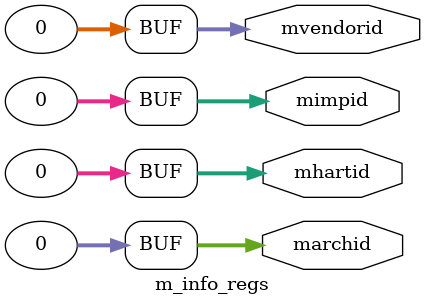
<source format=v>
module m_info_regs (
    output [31:0] mvendorid,
    output [31:0] marchid,
    output [31:0] mimpid,
    output [31:0] mhartid
);

    assign mvendorid = 32'b0;
    assign marchid = 32'b0;
    assign mimpid = 32'b0;
    assign mhartid = 32'b0;
    
endmodule
</source>
